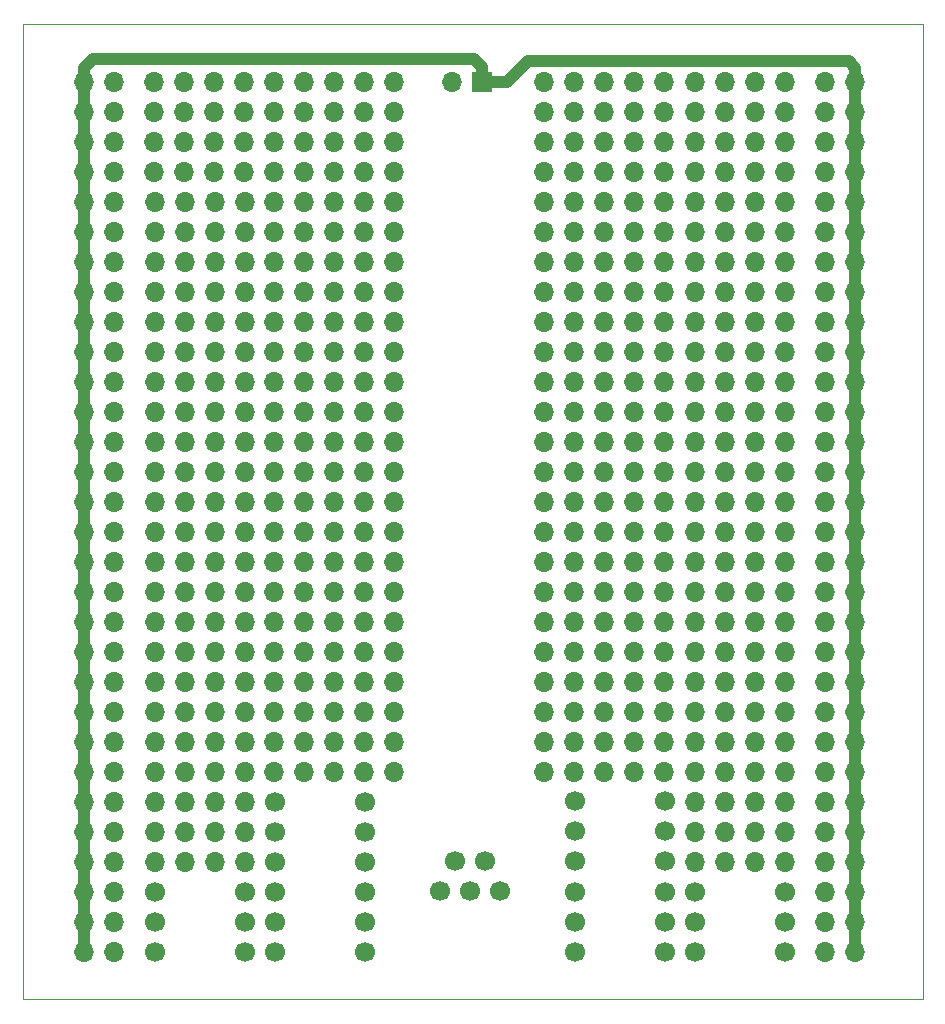
<source format=gbr>
G04 #@! TF.GenerationSoftware,KiCad,Pcbnew,(5.1.0)-1*
G04 #@! TF.CreationDate,2020-08-15T17:25:36-05:00*
G04 #@! TF.ProjectId,AltbierProto,416c7462-6965-4725-9072-6f746f2e6b69,rev?*
G04 #@! TF.SameCoordinates,Original*
G04 #@! TF.FileFunction,Copper,L2,Bot*
G04 #@! TF.FilePolarity,Positive*
%FSLAX46Y46*%
G04 Gerber Fmt 4.6, Leading zero omitted, Abs format (unit mm)*
G04 Created by KiCad (PCBNEW (5.1.0)-1) date 2020-08-15 17:25:36*
%MOMM*%
%LPD*%
G04 APERTURE LIST*
%ADD10C,0.050000*%
%ADD11C,1.700000*%
%ADD12O,1.700000X1.700000*%
%ADD13R,1.700000X1.700000*%
%ADD14C,1.000000*%
G04 APERTURE END LIST*
D10*
X179500000Y-50450000D02*
X179500000Y-133000000D01*
X179500000Y-50450000D02*
X103300000Y-50450000D01*
X103300000Y-50450000D02*
X103300000Y-133000000D01*
X179500000Y-133000000D02*
X103300000Y-133000000D01*
D11*
X132230000Y-123900000D03*
X124610000Y-123900000D03*
X132230000Y-126430000D03*
X124610000Y-126430000D03*
X132230000Y-128970000D03*
X124610000Y-128970000D03*
X122070000Y-128970000D03*
X114450000Y-128970000D03*
X122070000Y-126430000D03*
X114450000Y-126430000D03*
X122070000Y-123900000D03*
X114450000Y-123900000D03*
X150040000Y-123890000D03*
X157660000Y-123890000D03*
X150040000Y-126430000D03*
X157660000Y-126430000D03*
X150040000Y-128970000D03*
X157660000Y-128970000D03*
X157660000Y-116250000D03*
X150040000Y-116250000D03*
X124610000Y-116300000D03*
X132230000Y-116300000D03*
X124610000Y-121380000D03*
X132230000Y-121380000D03*
X132230000Y-118840000D03*
X124610000Y-118840000D03*
D12*
X157610000Y-67995000D03*
X155070000Y-67995000D03*
X152530000Y-67995000D03*
X149990000Y-67995000D03*
X147450000Y-67995000D03*
X134750000Y-67995000D03*
X132210000Y-67995000D03*
X129670000Y-67995000D03*
X127130000Y-67995000D03*
X124590000Y-67995000D03*
D11*
X150040000Y-118790000D03*
X157660000Y-118790000D03*
X157660000Y-121330000D03*
X150040000Y-121330000D03*
X167820000Y-123880000D03*
X160200000Y-123880000D03*
X167820000Y-126420000D03*
X160200000Y-126420000D03*
X167820000Y-128960000D03*
X160200000Y-128960000D03*
X139850000Y-121330000D03*
X142390000Y-121330000D03*
X138580000Y-123870000D03*
X143660000Y-123870000D03*
X141120000Y-123870000D03*
D12*
X139650000Y-55320000D03*
D13*
X142190000Y-55320000D03*
D12*
X171240000Y-55320000D03*
X173780000Y-128980000D03*
X171240000Y-128980000D03*
X173780000Y-126440000D03*
X171240000Y-126440000D03*
X173780000Y-123900000D03*
X171240000Y-123900000D03*
X173780000Y-121360000D03*
X171240000Y-121360000D03*
X173780000Y-118820000D03*
X171240000Y-118820000D03*
X173780000Y-116280000D03*
X171240000Y-116280000D03*
X173780000Y-113740000D03*
X171240000Y-113740000D03*
X173780000Y-111200000D03*
X171240000Y-111200000D03*
X173780000Y-108660000D03*
X171240000Y-108660000D03*
X173780000Y-106120000D03*
X171240000Y-106120000D03*
X173780000Y-103580000D03*
X171240000Y-103580000D03*
X173780000Y-101040000D03*
X171240000Y-101040000D03*
X173780000Y-98500000D03*
X171240000Y-98500000D03*
X173780000Y-95960000D03*
X171240000Y-95960000D03*
X173780000Y-93420000D03*
X171240000Y-93420000D03*
X173780000Y-90880000D03*
X171240000Y-90880000D03*
X173780000Y-88340000D03*
X171240000Y-88340000D03*
X173780000Y-85800000D03*
X171240000Y-85800000D03*
X173780000Y-83260000D03*
X171240000Y-83260000D03*
X173780000Y-80720000D03*
X171240000Y-80720000D03*
X173780000Y-78180000D03*
X171240000Y-78180000D03*
X173780000Y-75640000D03*
X171240000Y-75640000D03*
X173780000Y-73100000D03*
X171240000Y-73100000D03*
X173780000Y-70560000D03*
X171240000Y-70560000D03*
X173780000Y-68020000D03*
X171240000Y-68020000D03*
X173780000Y-65480000D03*
X171240000Y-65480000D03*
X173780000Y-62940000D03*
X171240000Y-62940000D03*
X173780000Y-60400000D03*
X171240000Y-60400000D03*
X173780000Y-57860000D03*
X171240000Y-57860000D03*
X173780000Y-55320000D03*
X111000000Y-55320000D03*
X108460000Y-57860000D03*
X111000000Y-57860000D03*
X108460000Y-60400000D03*
X111000000Y-60400000D03*
X108460000Y-62940000D03*
X111000000Y-62940000D03*
X108460000Y-65480000D03*
X111000000Y-65480000D03*
X108460000Y-68020000D03*
X111000000Y-68020000D03*
X108460000Y-70560000D03*
X111000000Y-70560000D03*
X108460000Y-73100000D03*
X111000000Y-73100000D03*
X108460000Y-75640000D03*
X111000000Y-75640000D03*
X108460000Y-78180000D03*
X111000000Y-78180000D03*
X108460000Y-80720000D03*
X111000000Y-80720000D03*
X108460000Y-83260000D03*
X111000000Y-83260000D03*
X108460000Y-85800000D03*
X111000000Y-85800000D03*
X108460000Y-88340000D03*
X111000000Y-88340000D03*
X108460000Y-90880000D03*
X111000000Y-90880000D03*
X108460000Y-93420000D03*
X111000000Y-93420000D03*
X108460000Y-95960000D03*
X111000000Y-95960000D03*
X108460000Y-98500000D03*
X111000000Y-98500000D03*
X108460000Y-101040000D03*
X111000000Y-101040000D03*
X108460000Y-103580000D03*
X111000000Y-103580000D03*
X108460000Y-106120000D03*
X111000000Y-106120000D03*
X108460000Y-108660000D03*
X111000000Y-108660000D03*
X108460000Y-111200000D03*
X111000000Y-111200000D03*
X108460000Y-113740000D03*
X111000000Y-113740000D03*
X108460000Y-116280000D03*
X111000000Y-116280000D03*
X108460000Y-118820000D03*
X111000000Y-118820000D03*
X108460000Y-121360000D03*
X111000000Y-121360000D03*
X108460000Y-123900000D03*
X111000000Y-123900000D03*
X108460000Y-126440000D03*
X111000000Y-126440000D03*
X108460000Y-128980000D03*
X111000000Y-128980000D03*
X108460000Y-55320000D03*
X122080000Y-111210000D03*
X119540000Y-111210000D03*
X117000000Y-111210000D03*
X114460000Y-111210000D03*
X122080000Y-101050000D03*
X119540000Y-101050000D03*
X117000000Y-101050000D03*
X114460000Y-101050000D03*
X114450000Y-90890000D03*
X116990000Y-90890000D03*
X119530000Y-90890000D03*
X122070000Y-90890000D03*
X122070000Y-83270000D03*
X119530000Y-83270000D03*
X116990000Y-83270000D03*
X114450000Y-83270000D03*
X114460000Y-103590000D03*
X117000000Y-103590000D03*
X119540000Y-103590000D03*
X122080000Y-103590000D03*
X122070000Y-93430000D03*
X119530000Y-93430000D03*
X116990000Y-93430000D03*
X114450000Y-93430000D03*
X122070000Y-85810000D03*
X119530000Y-85810000D03*
X116990000Y-85810000D03*
X114450000Y-85810000D03*
X114450000Y-88350000D03*
X116990000Y-88350000D03*
X119530000Y-88350000D03*
X122070000Y-88350000D03*
X122080000Y-98510000D03*
X119540000Y-98510000D03*
X117000000Y-98510000D03*
X114460000Y-98510000D03*
X114460000Y-95970000D03*
X117000000Y-95970000D03*
X119540000Y-95970000D03*
X122080000Y-95970000D03*
X122070000Y-75650000D03*
X119530000Y-75650000D03*
X116990000Y-75650000D03*
X114450000Y-75650000D03*
X114450000Y-80730000D03*
X116990000Y-80730000D03*
X119530000Y-80730000D03*
X122070000Y-80730000D03*
X122080000Y-108670000D03*
X119540000Y-108670000D03*
X117000000Y-108670000D03*
X114460000Y-108670000D03*
X114450000Y-78190000D03*
X116990000Y-78190000D03*
X119530000Y-78190000D03*
X122070000Y-78190000D03*
X114460000Y-106130000D03*
X117000000Y-106130000D03*
X119540000Y-106130000D03*
X122080000Y-106130000D03*
X114450000Y-116290000D03*
X116990000Y-116290000D03*
X119530000Y-116290000D03*
X122070000Y-116290000D03*
X122070000Y-121370000D03*
X119530000Y-121370000D03*
X116990000Y-121370000D03*
X114450000Y-121370000D03*
X114460000Y-113750000D03*
X117000000Y-113750000D03*
X119540000Y-113750000D03*
X122080000Y-113750000D03*
X122070000Y-118830000D03*
X119530000Y-118830000D03*
X116990000Y-118830000D03*
X114450000Y-118830000D03*
X114450000Y-70570000D03*
X116990000Y-70570000D03*
X119530000Y-70570000D03*
X122070000Y-70570000D03*
X122060000Y-60410000D03*
X119520000Y-60410000D03*
X116980000Y-60410000D03*
X114440000Y-60410000D03*
X122070000Y-73110000D03*
X119530000Y-73110000D03*
X116990000Y-73110000D03*
X114450000Y-73110000D03*
X114440000Y-62950000D03*
X116980000Y-62950000D03*
X119520000Y-62950000D03*
X122060000Y-62950000D03*
X122060000Y-57870000D03*
X119520000Y-57870000D03*
X116980000Y-57870000D03*
X114440000Y-57870000D03*
X122070000Y-65490000D03*
X119530000Y-65490000D03*
X116990000Y-65490000D03*
X114450000Y-65490000D03*
X114450000Y-68030000D03*
X116990000Y-68030000D03*
X119530000Y-68030000D03*
X122070000Y-68030000D03*
X114440000Y-55330000D03*
X116980000Y-55330000D03*
X119520000Y-55330000D03*
X122060000Y-55330000D03*
X167810000Y-116260000D03*
X165270000Y-116260000D03*
X162730000Y-116260000D03*
X160190000Y-116260000D03*
X160190000Y-118800000D03*
X162730000Y-118800000D03*
X165270000Y-118800000D03*
X167810000Y-118800000D03*
X160190000Y-121340000D03*
X162730000Y-121340000D03*
X165270000Y-121340000D03*
X167810000Y-121340000D03*
X167820000Y-113720000D03*
X165280000Y-113720000D03*
X162740000Y-113720000D03*
X160200000Y-113720000D03*
X167820000Y-106100000D03*
X165280000Y-106100000D03*
X162740000Y-106100000D03*
X160200000Y-106100000D03*
X160200000Y-111180000D03*
X162740000Y-111180000D03*
X165280000Y-111180000D03*
X167820000Y-111180000D03*
X160200000Y-108640000D03*
X162740000Y-108640000D03*
X165280000Y-108640000D03*
X167820000Y-108640000D03*
X160200000Y-101020000D03*
X162740000Y-101020000D03*
X165280000Y-101020000D03*
X167820000Y-101020000D03*
X167810000Y-90860000D03*
X165270000Y-90860000D03*
X162730000Y-90860000D03*
X160190000Y-90860000D03*
X167820000Y-103560000D03*
X165280000Y-103560000D03*
X162740000Y-103560000D03*
X160200000Y-103560000D03*
X160190000Y-93400000D03*
X162730000Y-93400000D03*
X165270000Y-93400000D03*
X167810000Y-93400000D03*
X167810000Y-88320000D03*
X165270000Y-88320000D03*
X162730000Y-88320000D03*
X160190000Y-88320000D03*
X167820000Y-95940000D03*
X165280000Y-95940000D03*
X162740000Y-95940000D03*
X160200000Y-95940000D03*
X160200000Y-98480000D03*
X162740000Y-98480000D03*
X165280000Y-98480000D03*
X167820000Y-98480000D03*
X160190000Y-85780000D03*
X162730000Y-85780000D03*
X165270000Y-85780000D03*
X167810000Y-85780000D03*
X167810000Y-80700000D03*
X165270000Y-80700000D03*
X162730000Y-80700000D03*
X160190000Y-80700000D03*
X160190000Y-83240000D03*
X162730000Y-83240000D03*
X165270000Y-83240000D03*
X167810000Y-83240000D03*
X167810000Y-78160000D03*
X165270000Y-78160000D03*
X162730000Y-78160000D03*
X160190000Y-78160000D03*
X160190000Y-75620000D03*
X162730000Y-75620000D03*
X165270000Y-75620000D03*
X167810000Y-75620000D03*
X167810000Y-70540000D03*
X165270000Y-70540000D03*
X162730000Y-70540000D03*
X160190000Y-70540000D03*
X160190000Y-73080000D03*
X162730000Y-73080000D03*
X165270000Y-73080000D03*
X167810000Y-73080000D03*
X167810000Y-68000000D03*
X165270000Y-68000000D03*
X162730000Y-68000000D03*
X160190000Y-68000000D03*
X160190000Y-65460000D03*
X162730000Y-65460000D03*
X165270000Y-65460000D03*
X167810000Y-65460000D03*
X167800000Y-62920000D03*
X165260000Y-62920000D03*
X162720000Y-62920000D03*
X160180000Y-62920000D03*
X160180000Y-60380000D03*
X162720000Y-60380000D03*
X165260000Y-60380000D03*
X167800000Y-60380000D03*
X160180000Y-57840000D03*
X162720000Y-57840000D03*
X165260000Y-57840000D03*
X167800000Y-57840000D03*
X167800000Y-55300000D03*
X165260000Y-55300000D03*
X162720000Y-55300000D03*
X160180000Y-55300000D03*
X124590000Y-95935000D03*
X127130000Y-95935000D03*
X129670000Y-95935000D03*
X132210000Y-95935000D03*
X134750000Y-95935000D03*
X147450000Y-95935000D03*
X149990000Y-95935000D03*
X152530000Y-95935000D03*
X155070000Y-95935000D03*
X157610000Y-95935000D03*
X157610000Y-106095000D03*
X155070000Y-106095000D03*
X152530000Y-106095000D03*
X149990000Y-106095000D03*
X147450000Y-106095000D03*
X134750000Y-106095000D03*
X132210000Y-106095000D03*
X129670000Y-106095000D03*
X127130000Y-106095000D03*
X124590000Y-106095000D03*
X157610000Y-113715000D03*
X155070000Y-113715000D03*
X152530000Y-113715000D03*
X149990000Y-113715000D03*
X147450000Y-113715000D03*
X134750000Y-113715000D03*
X132210000Y-113715000D03*
X129670000Y-113715000D03*
X127130000Y-113715000D03*
X124590000Y-113715000D03*
X124590000Y-111175000D03*
X127130000Y-111175000D03*
X129670000Y-111175000D03*
X132210000Y-111175000D03*
X134750000Y-111175000D03*
X147450000Y-111175000D03*
X149990000Y-111175000D03*
X152530000Y-111175000D03*
X155070000Y-111175000D03*
X157610000Y-111175000D03*
X124590000Y-108635000D03*
X127130000Y-108635000D03*
X129670000Y-108635000D03*
X132210000Y-108635000D03*
X134750000Y-108635000D03*
X147450000Y-108635000D03*
X149990000Y-108635000D03*
X152530000Y-108635000D03*
X155070000Y-108635000D03*
X157610000Y-108635000D03*
X157610000Y-98475000D03*
X155070000Y-98475000D03*
X152530000Y-98475000D03*
X149990000Y-98475000D03*
X147450000Y-98475000D03*
X134750000Y-98475000D03*
X132210000Y-98475000D03*
X129670000Y-98475000D03*
X127130000Y-98475000D03*
X124590000Y-98475000D03*
X124590000Y-103555000D03*
X127130000Y-103555000D03*
X129670000Y-103555000D03*
X132210000Y-103555000D03*
X134750000Y-103555000D03*
X147450000Y-103555000D03*
X149990000Y-103555000D03*
X152530000Y-103555000D03*
X155070000Y-103555000D03*
X157610000Y-103555000D03*
X157610000Y-101015000D03*
X155070000Y-101015000D03*
X152530000Y-101015000D03*
X149990000Y-101015000D03*
X147450000Y-101015000D03*
X134750000Y-101015000D03*
X132210000Y-101015000D03*
X129670000Y-101015000D03*
X127130000Y-101015000D03*
X124590000Y-101015000D03*
X124590000Y-75615000D03*
X127130000Y-75615000D03*
X129670000Y-75615000D03*
X132210000Y-75615000D03*
X134750000Y-75615000D03*
X147450000Y-75615000D03*
X149990000Y-75615000D03*
X152530000Y-75615000D03*
X155070000Y-75615000D03*
X157610000Y-75615000D03*
X157610000Y-85775000D03*
X155070000Y-85775000D03*
X152530000Y-85775000D03*
X149990000Y-85775000D03*
X147450000Y-85775000D03*
X134750000Y-85775000D03*
X132210000Y-85775000D03*
X129670000Y-85775000D03*
X127130000Y-85775000D03*
X124590000Y-85775000D03*
X157610000Y-93395000D03*
X155070000Y-93395000D03*
X152530000Y-93395000D03*
X149990000Y-93395000D03*
X147450000Y-93395000D03*
X134750000Y-93395000D03*
X132210000Y-93395000D03*
X129670000Y-93395000D03*
X127130000Y-93395000D03*
X124590000Y-93395000D03*
X124590000Y-90855000D03*
X127130000Y-90855000D03*
X129670000Y-90855000D03*
X132210000Y-90855000D03*
X134750000Y-90855000D03*
X147450000Y-90855000D03*
X149990000Y-90855000D03*
X152530000Y-90855000D03*
X155070000Y-90855000D03*
X157610000Y-90855000D03*
X124590000Y-88315000D03*
X127130000Y-88315000D03*
X129670000Y-88315000D03*
X132210000Y-88315000D03*
X134750000Y-88315000D03*
X147450000Y-88315000D03*
X149990000Y-88315000D03*
X152530000Y-88315000D03*
X155070000Y-88315000D03*
X157610000Y-88315000D03*
X157610000Y-78155000D03*
X155070000Y-78155000D03*
X152530000Y-78155000D03*
X149990000Y-78155000D03*
X147450000Y-78155000D03*
X134750000Y-78155000D03*
X132210000Y-78155000D03*
X129670000Y-78155000D03*
X127130000Y-78155000D03*
X124590000Y-78155000D03*
X124590000Y-83235000D03*
X127130000Y-83235000D03*
X129670000Y-83235000D03*
X132210000Y-83235000D03*
X134750000Y-83235000D03*
X147450000Y-83235000D03*
X149990000Y-83235000D03*
X152530000Y-83235000D03*
X155070000Y-83235000D03*
X157610000Y-83235000D03*
X157610000Y-80695000D03*
X155070000Y-80695000D03*
X152530000Y-80695000D03*
X149990000Y-80695000D03*
X147450000Y-80695000D03*
X134750000Y-80695000D03*
X132210000Y-80695000D03*
X129670000Y-80695000D03*
X127130000Y-80695000D03*
X124590000Y-80695000D03*
X124590000Y-65455000D03*
X127130000Y-65455000D03*
X129670000Y-65455000D03*
X132210000Y-65455000D03*
X134750000Y-65455000D03*
X147450000Y-65455000D03*
X149990000Y-65455000D03*
X152530000Y-65455000D03*
X155070000Y-65455000D03*
X157610000Y-65455000D03*
X124590000Y-73075000D03*
X127130000Y-73075000D03*
X129670000Y-73075000D03*
X132210000Y-73075000D03*
X134750000Y-73075000D03*
X147450000Y-73075000D03*
X149990000Y-73075000D03*
X152530000Y-73075000D03*
X155070000Y-73075000D03*
X157610000Y-73075000D03*
X157610000Y-70535000D03*
X155070000Y-70535000D03*
X152530000Y-70535000D03*
X149990000Y-70535000D03*
X147450000Y-70535000D03*
X134750000Y-70535000D03*
X132210000Y-70535000D03*
X129670000Y-70535000D03*
X127130000Y-70535000D03*
X124590000Y-70535000D03*
X124590000Y-60375000D03*
X127130000Y-60375000D03*
X129670000Y-60375000D03*
X132210000Y-60375000D03*
X134750000Y-60375000D03*
X147450000Y-60375000D03*
X149990000Y-60375000D03*
X152530000Y-60375000D03*
X155070000Y-60375000D03*
X157610000Y-60375000D03*
X157610000Y-62915000D03*
X155070000Y-62915000D03*
X152530000Y-62915000D03*
X149990000Y-62915000D03*
X147450000Y-62915000D03*
X134750000Y-62915000D03*
X132210000Y-62915000D03*
X129670000Y-62915000D03*
X127130000Y-62915000D03*
X124590000Y-62915000D03*
X124590000Y-57835000D03*
X127130000Y-57835000D03*
X129670000Y-57835000D03*
X132210000Y-57835000D03*
X134750000Y-57835000D03*
X147450000Y-57835000D03*
X149990000Y-57835000D03*
X152530000Y-57835000D03*
X155070000Y-57835000D03*
X157610000Y-57835000D03*
X157610000Y-55295000D03*
X155070000Y-55295000D03*
X152530000Y-55295000D03*
X149990000Y-55295000D03*
X147450000Y-55295000D03*
X134750000Y-55295000D03*
X132210000Y-55295000D03*
X129670000Y-55295000D03*
X127130000Y-55295000D03*
X124590000Y-55295000D03*
D14*
X108460000Y-128980000D02*
X108460000Y-55320000D01*
X173780000Y-128980000D02*
X173780000Y-55320000D01*
X173780000Y-54117919D02*
X173222081Y-53560000D01*
X173780000Y-55320000D02*
X173780000Y-54117919D01*
X173222081Y-53560000D02*
X146070000Y-53560000D01*
X144310000Y-55320000D02*
X142190000Y-55320000D01*
X146070000Y-53560000D02*
X144310000Y-55320000D01*
X142190000Y-54070000D02*
X142190000Y-55320000D01*
X141470000Y-53350000D02*
X142190000Y-54070000D01*
X109227919Y-53350000D02*
X141470000Y-53350000D01*
X108460000Y-54117919D02*
X109227919Y-53350000D01*
X108460000Y-55320000D02*
X108460000Y-54117919D01*
M02*

</source>
